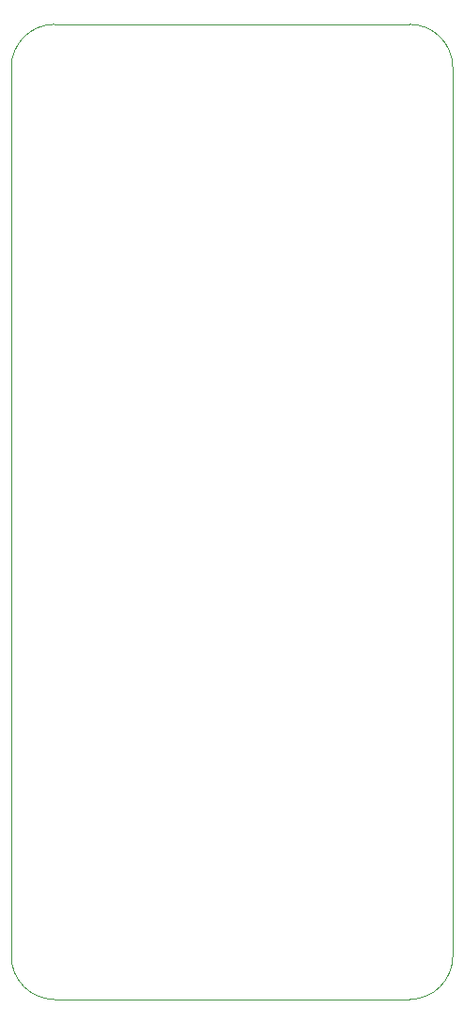
<source format=gko>
%TF.GenerationSoftware,KiCad,Pcbnew,4.0.7-e2-6376~58~ubuntu16.04.1*%
%TF.CreationDate,2018-05-11T08:37:00-07:00*%
%TF.ProjectId,5x11-Arduino-Nano-Robot-Version,357831312D41726475696E6F2D4E616E,v1.6*%
%TF.FileFunction,Profile,NP*%
%FSLAX46Y46*%
G04 Gerber Fmt 4.6, Leading zero omitted, Abs format (unit mm)*
G04 Created by KiCad (PCBNEW 4.0.7-e2-6376~58~ubuntu16.04.1) date Fri May 11 08:37:00 2018*
%MOMM*%
%LPD*%
G01*
G04 APERTURE LIST*
%ADD10C,0.350000*%
%ADD11C,0.040640*%
G04 APERTURE END LIST*
D10*
D11*
X3175000Y-159215000D02*
X35175000Y-159215000D01*
X35175000Y-71415000D02*
X3175000Y-71415000D01*
X-725000Y-75215000D02*
X-725000Y-155315000D01*
X-724994Y-155321807D02*
G75*
G03X3175000Y-159215000I3899994J6807D01*
G01*
X3175000Y-71415000D02*
G75*
G03X-725000Y-75315000I0J-3900000D01*
G01*
X39075000Y-155315000D02*
X39075000Y-75315000D01*
X39074994Y-75308193D02*
G75*
G03X35175000Y-71415000I-3899994J-6807D01*
G01*
X35175000Y-159215000D02*
G75*
G03X39075000Y-155315000I0J3900000D01*
G01*
M02*

</source>
